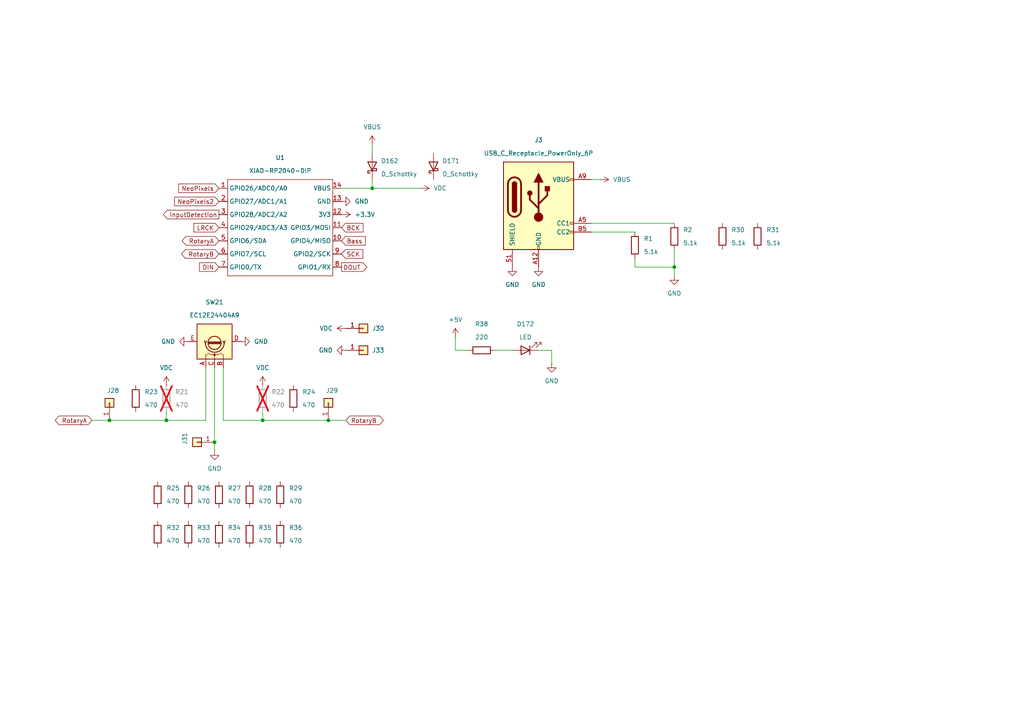
<source format=kicad_sch>
(kicad_sch (version 20231120) (generator "eeschema") (generator_version "8.0")
  (paper "A4")
  (lib_symbols
    (symbol "Connector:USB_C_Receptacle_PowerOnly_6P" (pin_names (offset 1.016))
      (property "Reference" "J" (at 0 16.51 0))
      (property "Value" "USB_C_Receptacle_PowerOnly_6P" (at 0 13.97 0))
      (symbol "USB_C_Receptacle_PowerOnly_6P_0_0"
        (rectangle (start -0.254 -12.7) (end 0.254 -11.684))
        (rectangle (start 10.16 -7.366) (end 9.144 -7.874))
        (rectangle (start 10.16 -4.826) (end 9.144 -5.334))
        (rectangle (start 10.16 7.874) (end 9.144 7.366))
      )
      (symbol "USB_C_Receptacle_PowerOnly_6P_0_1"
        (rectangle (start -10.16 12.7) (end 10.16 -12.7) (stroke (width 0.254)) (fill (type background)))
        (arc (start -8.89 -1.27) (mid -6.985 -3.1667) (end -5.08 -1.27) (stroke (width 0.508)))
        (arc (start -7.62 -1.27) (mid -6.985 -1.9023) (end -6.35 -1.27) (stroke (width 0.254)))
        (arc (start -7.62 -1.27) (mid -6.985 -1.9023) (end -6.35 -1.27) (stroke (width 0.254)) (fill (type outline)))
        (rectangle (start -7.62 -1.27) (end -6.35 6.35) (stroke (width 0.254)) (fill (type outline)))
        (arc (start -6.35 6.35) (mid -6.985 6.9823) (end -7.62 6.35) (stroke (width 0.254)))
        (arc (start -6.35 6.35) (mid -6.985 6.9823) (end -7.62 6.35) (stroke (width 0.254)) (fill (type outline)))
        (arc (start -5.08 6.35) (mid -6.985 8.2467) (end -8.89 6.35) (stroke (width 0.508)))
        (circle (center -2.54 3.683) (radius 0.635) (stroke (width 0.254)) (fill (type outline)))
        (circle (center 0 -3.302) (radius 1.27) (fill (type outline)))
        (polyline (pts (xy -8.89 -1.27) (xy -8.89 6.35)) (stroke (width 0.508)))
        (polyline (pts (xy -5.08 6.35) (xy -5.08 -1.27)) (stroke (width 0.508)))
        (polyline (pts (xy 0 -3.302) (xy 0 6.858)) (stroke (width 0.508)))
        (polyline (pts (xy 0 -0.762) (xy -2.54 1.778) (xy -2.54 3.048)) (stroke (width 0.508)))
        (polyline (pts (xy 0 0.508) (xy 2.54 3.048) (xy 2.54 4.318)) (stroke (width 0.508)))
        (polyline (pts (xy -1.27 6.858) (xy 0 9.398) (xy 1.27 6.858) (xy -1.27 6.858)) (stroke (width 0.254)) (fill (type outline)))
        (rectangle (start 1.905 4.318) (end 3.175 5.588) (stroke (width 0.254)) (fill (type outline)))
      )
      (symbol "USB_C_Receptacle_PowerOnly_6P_1_1"
        (pin passive line (at 0 -17.78 90) (length 5.08) (name "GND") (number "A12"))
        (pin bidirectional line (at 15.24 -5.08 180) (length 5.08) (name "CC1") (number "A5"))
        (pin passive line (at 15.24 7.62 180) (length 5.08) (name "VBUS") (number "A9"))
        (pin passive line (at 0 -17.78 90) (length 5.08) hide (name "GND") (number "B12"))
        (pin bidirectional line (at 15.24 -7.62 180) (length 5.08) (name "CC2") (number "B5"))
        (pin passive line (at 15.24 7.62 180) (length 5.08) hide (name "VBUS") (number "B9"))
        (pin passive line (at -7.62 -17.78 90) (length 5.08) (name "SHIELD") (number "S1"))
      )
    )
    (symbol "Connector_Generic:Conn_01x01" (pin_names (offset 1.016) hide)
      (property "Reference" "J" (at 0 2.54 0))
      (property "Value" "Conn_01x01" (at 0 -2.54 0))
      (symbol "Conn_01x01_1_1"
        (rectangle (start -1.27 0.127) (end 0 -0.127) (stroke (width 0.1524)))
        (rectangle (start -1.27 1.27) (end 1.27 -1.27) (stroke (width 0.254)) (fill (type background)))
        (pin passive line (at -5.08 0 0) (length 3.81) (name "Pin_1") (number "1"))
      )
    )
    (symbol "Device:D_Schottky" (pin_numbers hide) (pin_names (offset 1.016) hide)
      (property "Reference" "D" (at 0 2.54 0))
      (property "Value" "D_Schottky" (at 0 -2.54 0))
      (symbol "D_Schottky_0_1"
        (polyline (pts (xy 1.27 0) (xy -1.27 0)))
        (polyline (pts (xy 1.27 1.27) (xy 1.27 -1.27) (xy -1.27 0) (xy 1.27 1.27)) (stroke (width 0.254)))
        (polyline (pts (xy -1.905 0.635) (xy -1.905 1.27) (xy -1.27 1.27) (xy -1.27 -1.27) (xy -0.635 -1.27) (xy -0.635 -0.635)) (stroke (width 0.254)))
      )
      (symbol "D_Schottky_1_1"
        (pin passive line (at -3.81 0 0) (length 2.54) (name "K") (number "1"))
        (pin passive line (at 3.81 0 180) (length 2.54) (name "A") (number "2"))
      )
    )
    (symbol "Device:LED" (pin_numbers hide) (pin_names (offset 1.016) hide)
      (property "Reference" "D" (at 0 2.54 0))
      (property "Value" "LED" (at 0 -2.54 0))
      (symbol "LED_0_1"
        (polyline (pts (xy -1.27 -1.27) (xy -1.27 1.27)) (stroke (width 0.254)))
        (polyline (pts (xy -1.27 0) (xy 1.27 0)))
        (polyline (pts (xy 1.27 -1.27) (xy 1.27 1.27) (xy -1.27 0) (xy 1.27 -1.27)) (stroke (width 0.254)))
        (polyline (pts (xy -3.048 -0.762) (xy -4.572 -2.286) (xy -3.81 -2.286) (xy -4.572 -2.286) (xy -4.572 -1.524)))
        (polyline (pts (xy -1.778 -0.762) (xy -3.302 -2.286) (xy -2.54 -2.286) (xy -3.302 -2.286) (xy -3.302 -1.524)))
      )
      (symbol "LED_1_1"
        (pin passive line (at -3.81 0 0) (length 2.54) (name "K") (number "1"))
        (pin passive line (at 3.81 0 180) (length 2.54) (name "A") (number "2"))
      )
    )
    (symbol "Device:R" (pin_numbers hide) (pin_names (offset 0))
      (property "Reference" "R" (at 2.032 0 90))
      (property "Value" "R" (at 0 0 90))
      (symbol "R_0_1"
        (rectangle (start -1.016 -2.54) (end 1.016 2.54) (stroke (width 0.254)))
      )
      (symbol "R_1_1"
        (pin passive line (at 0 3.81 270) (length 1.27) (name "~") (number "1"))
        (pin passive line (at 0 -3.81 90) (length 1.27) (name "~") (number "2"))
      )
    )
    (symbol "XIAO:XIAO-RP2040-DIP"
      (property "Reference" "U" (at 0 0 0))
      (property "Value" "XIAO-RP2040-DIP" (at 5.334 -1.778 0))
      (symbol "XIAO-RP2040-DIP_1_0"
        (polyline (pts (xy -1.27 -30.48) (xy -1.27 -16.51)) (stroke (width 0.1524)))
        (polyline (pts (xy -1.27 -27.94) (xy -2.54 -27.94)) (stroke (width 0.1524)))
        (polyline (pts (xy -1.27 -24.13) (xy -2.54 -24.13)) (stroke (width 0.1524)))
        (polyline (pts (xy -1.27 -20.32) (xy -2.54 -20.32)) (stroke (width 0.1524)))
        (polyline (pts (xy -1.27 -16.51) (xy -2.54 -16.51)) (stroke (width 0.1524)))
        (polyline (pts (xy -1.27 -16.51) (xy -1.27 -12.7)) (stroke (width 0.1524)))
        (polyline (pts (xy -1.27 -12.7) (xy -2.54 -12.7)) (stroke (width 0.1524)))
        (polyline (pts (xy -1.27 -12.7) (xy -1.27 -8.89)) (stroke (width 0.1524)))
        (polyline (pts (xy -1.27 -8.89) (xy -2.54 -8.89)) (stroke (width 0.1524)))
        (polyline (pts (xy -1.27 -8.89) (xy -1.27 -5.08)) (stroke (width 0.1524)))
        (polyline (pts (xy -1.27 -5.08) (xy -2.54 -5.08)) (stroke (width 0.1524)))
        (polyline (pts (xy -1.27 -5.08) (xy -1.27 -2.54)) (stroke (width 0.1524)))
        (polyline (pts (xy -1.27 -2.54) (xy 29.21 -2.54)) (stroke (width 0.1524)))
        (polyline (pts (xy 29.21 -30.48) (xy -1.27 -30.48)) (stroke (width 0.1524)))
        (polyline (pts (xy 29.21 -12.7) (xy 29.21 -30.48)) (stroke (width 0.1524)))
        (polyline (pts (xy 29.21 -8.89) (xy 29.21 -12.7)) (stroke (width 0.1524)))
        (polyline (pts (xy 29.21 -5.08) (xy 29.21 -8.89)) (stroke (width 0.1524)))
        (polyline (pts (xy 29.21 -2.54) (xy 29.21 -5.08)) (stroke (width 0.1524)))
        (polyline (pts (xy 30.48 -27.94) (xy 29.21 -27.94)) (stroke (width 0.1524)))
        (polyline (pts (xy 30.48 -24.13) (xy 29.21 -24.13)) (stroke (width 0.1524)))
        (polyline (pts (xy 30.48 -20.32) (xy 29.21 -20.32)) (stroke (width 0.1524)))
        (polyline (pts (xy 30.48 -16.51) (xy 29.21 -16.51)) (stroke (width 0.1524)))
        (polyline (pts (xy 30.48 -12.7) (xy 29.21 -12.7)) (stroke (width 0.1524)))
        (polyline (pts (xy 30.48 -8.89) (xy 29.21 -8.89)) (stroke (width 0.1524)))
        (polyline (pts (xy 30.48 -5.08) (xy 29.21 -5.08)) (stroke (width 0.1524)))
        (pin passive line (at -3.81 -5.08 0) (length 2.54) (name "GPIO26/ADC0/A0") (number "1"))
        (pin passive line (at 31.75 -20.32 180) (length 2.54) (name "GPIO4/MISO") (number "10"))
        (pin passive line (at 31.75 -16.51 180) (length 2.54) (name "GPIO3/MOSI") (number "11"))
        (pin passive line (at 31.75 -12.7 180) (length 2.54) (name "3V3") (number "12"))
        (pin passive line (at 31.75 -8.89 180) (length 2.54) (name "GND") (number "13"))
        (pin passive line (at 31.75 -5.08 180) (length 2.54) (name "VBUS") (number "14"))
        (pin passive line (at -3.81 -8.89 0) (length 2.54) (name "GPIO27/ADC1/A1") (number "2"))
        (pin passive line (at -3.81 -12.7 0) (length 2.54) (name "GPIO28/ADC2/A2") (number "3"))
        (pin passive line (at -3.81 -16.51 0) (length 2.54) (name "GPIO29/ADC3/A3") (number "4"))
        (pin passive line (at -3.81 -20.32 0) (length 2.54) (name "GPIO6/SDA") (number "5"))
        (pin passive line (at -3.81 -24.13 0) (length 2.54) (name "GPIO7/SCL") (number "6"))
        (pin passive line (at -3.81 -27.94 0) (length 2.54) (name "GPIO0/TX") (number "7"))
        (pin passive line (at 31.75 -27.94 180) (length 2.54) (name "GPIO1/RX") (number "8"))
        (pin passive line (at 31.75 -24.13 180) (length 2.54) (name "GPIO2/SCK") (number "9"))
      )
    )
    (symbol "misc:EC12E24404A9" (pin_names (offset 0.254) hide)
      (property "Reference" "SW" (at 0 9.906 0))
      (property "Value" "EC12E24404A9" (at 0 7.112 0))
      (symbol "EC12E24404A9_0_1"
        (rectangle (start -5.08 -5.08) (end 5.08 5.08) (stroke (width 0.254)) (fill (type background)))
        (arc (start -2.667 -0.381) (mid 0.0635 -3.0988) (end 2.794 -0.381) (stroke (width 0.254)))
        (circle (center 0 -3.81) (radius 0.254) (fill (type outline)))
        (circle (center 0 -0.381) (radius 1.905) (stroke (width 0.254)))
        (polyline (pts (xy -1.778 -0.127) (xy 1.778 -0.127)) (stroke (width 0.254)))
        (polyline (pts (xy 1.778 -0.635) (xy -1.778 -0.635)) (stroke (width 0.254)))
        (polyline (pts (xy 1.778 -0.381) (xy -1.778 -0.381)) (stroke (width 0.254)))
        (polyline (pts (xy -2.921 0.254) (xy -2.667 -0.508) (xy -2.286 0.127)) (stroke (width 0.254)))
        (polyline (pts (xy -2.54 -5.08) (xy -2.54 -3.81) (xy -2.032 -3.81)))
        (polyline (pts (xy 2.54 -5.08) (xy 2.54 -3.81) (xy 2.032 -3.81)))
        (polyline (pts (xy 3.048 0.254) (xy 2.794 -0.508) (xy 2.413 0.127)) (stroke (width 0.254)))
        (polyline (pts (xy 0 -5.08) (xy 0 -3.81) (xy 1.016 -3.81) (xy 2.032 -3.302)))
        (polyline (pts (xy 0 -4.318) (xy 0 -3.81) (xy -1.016 -3.81) (xy -2.032 -3.302)))
      )
      (symbol "EC12E24404A9_1_1"
        (pin passive line (at -2.54 -7.62 90) (length 2.54) (name "A") (number "A"))
        (pin passive line (at 2.54 -7.62 90) (length 2.54) (name "B") (number "B"))
        (pin passive line (at 0 -7.62 90) (length 2.54) (name "C") (number "C"))
        (pin passive line (at 7.62 0 180) (length 2.54) (name "D") (number "D"))
        (pin passive line (at -7.62 0 0) (length 2.54) (name "E") (number "E"))
      )
    )
    (symbol "power:+3.3V" (power) (pin_numbers hide) (pin_names (offset 0) hide)
      (property "Value" "+3.3V" (at 0 3.556 0))
      (symbol "+3.3V_0_1"
        (polyline (pts (xy -0.762 1.27) (xy 0 2.54)))
        (polyline (pts (xy 0 0) (xy 0 2.54)))
        (polyline (pts (xy 0 2.54) (xy 0.762 1.27)))
      )
      (symbol "+3.3V_1_1"
        (pin power_in line (at 0 0 90) (length 0) (name "~") (number "1"))
      )
    )
    (symbol "power:+5V" (power) (pin_numbers hide) (pin_names (offset 0) hide)
      (property "Value" "+5V" (at 0 3.556 0))
      (symbol "+5V_0_1"
        (polyline (pts (xy -0.762 1.27) (xy 0 2.54)))
        (polyline (pts (xy 0 0) (xy 0 2.54)))
        (polyline (pts (xy 0 2.54) (xy 0.762 1.27)))
      )
      (symbol "+5V_1_1"
        (pin power_in line (at 0 0 90) (length 0) (name "~") (number "1"))
      )
    )
    (symbol "power:GND" (power) (pin_numbers hide) (pin_names (offset 0) hide)
      (property "Value" "GND" (at 0 -3.81 0))
      (symbol "GND_0_1"
        (polyline (pts (xy 0 0) (xy 0 -1.27) (xy 1.27 -1.27) (xy 0 -2.54) (xy -1.27 -1.27) (xy 0 -1.27)))
      )
      (symbol "GND_1_1"
        (pin power_in line (at 0 0 270) (length 0) (name "~") (number "1"))
      )
    )
    (symbol "power:VBUS" (power) (pin_numbers hide) (pin_names (offset 0) hide)
      (property "Value" "VBUS" (at 0 3.556 0))
      (symbol "VBUS_0_1"
        (polyline (pts (xy -0.762 1.27) (xy 0 2.54)))
        (polyline (pts (xy 0 0) (xy 0 2.54)))
        (polyline (pts (xy 0 2.54) (xy 0.762 1.27)))
      )
      (symbol "VBUS_1_1"
        (pin power_in line (at 0 0 90) (length 0) (name "~") (number "1"))
      )
    )
    (symbol "power:VDC" (power) (pin_numbers hide) (pin_names (offset 0) hide)
      (property "Value" "VDC" (at 0 3.556 0))
      (symbol "VDC_0_1"
        (polyline (pts (xy -0.762 1.27) (xy 0 2.54)))
        (polyline (pts (xy 0 0) (xy 0 2.54)))
        (polyline (pts (xy 0 2.54) (xy 0.762 1.27)))
      )
      (symbol "VDC_1_1"
        (pin power_in line (at 0 0 90) (length 0) (name "~") (number "1"))
      )
    )
  )
  (junction (at 107.95 54.61))
  (junction (at 95.25 121.92))
  (junction (at 195.58 77.47))
  (junction (at 62.23 128.27))
  (junction (at 48.26 121.92))
  (junction (at 76.2 121.92))
  (junction (at 31.75 121.92))
  (wire (pts (xy 195.58 80.01) (xy 195.58 77.47)))
  (wire (pts (xy 195.58 77.47) (xy 184.15 77.47)))
  (wire (pts (xy 132.08 101.6) (xy 135.89 101.6)))
  (wire (pts (xy 107.95 41.91) (xy 107.95 44.45)))
  (wire (pts (xy 143.51 101.6) (xy 148.59 101.6)))
  (wire (pts (xy 171.45 52.07) (xy 173.99 52.07)))
  (wire (pts (xy 48.26 121.92) (xy 31.75 121.92)))
  (wire (pts (xy 160.02 101.6) (xy 160.02 105.41)))
  (wire (pts (xy 195.58 72.39) (xy 195.58 77.47)))
  (wire (pts (xy 64.77 121.92) (xy 76.2 121.92)))
  (wire (pts (xy 62.23 128.27) (xy 62.23 106.68)))
  (wire (pts (xy 95.25 121.92) (xy 100.33 121.92)))
  (wire (pts (xy 184.15 77.47) (xy 184.15 74.93)))
  (wire (pts (xy 107.95 52.07) (xy 107.95 54.61)))
  (wire (pts (xy 171.45 64.77) (xy 195.58 64.77)))
  (wire (pts (xy 59.69 106.68) (xy 59.69 121.92)))
  (wire (pts (xy 48.26 119.38) (xy 48.26 121.92)))
  (wire (pts (xy 121.92 54.61) (xy 107.95 54.61)))
  (wire (pts (xy 132.08 97.79) (xy 132.08 101.6)))
  (wire (pts (xy 107.95 54.61) (xy 99.06 54.61)))
  (wire (pts (xy 156.21 101.6) (xy 160.02 101.6)))
  (wire (pts (xy 76.2 121.92) (xy 95.25 121.92)))
  (wire (pts (xy 59.69 121.92) (xy 48.26 121.92)))
  (wire (pts (xy 62.23 130.81) (xy 62.23 128.27)))
  (wire (pts (xy 31.75 121.92) (xy 26.67 121.92)))
  (wire (pts (xy 64.77 106.68) (xy 64.77 121.92)))
  (wire (pts (xy 76.2 119.38) (xy 76.2 121.92)))
  (wire (pts (xy 171.45 67.31) (xy 184.15 67.31)))
  (global_label "LRCK" (shape input) (at 63.5 66.04 180) (property "Intersheetrefs" "${INTERSHEET_REFS}" (effects (hide yes))))
  (global_label "RotaryA" (shape bidirectional) (at 63.5 69.85 180) (property "Intersheetrefs" "${INTERSHEET_REFS}" (effects (hide yes))))
  (global_label "InputDetection" (shape output) (at 63.5 62.23 180) (property "Intersheetrefs" "${INTERSHEET_REFS}" (effects (hide yes))))
  (global_label "NeoPixels" (shape input) (at 63.5 54.61 180) (property "Intersheetrefs" "${INTERSHEET_REFS}" (effects (hide yes))))
  (global_label "RotaryB" (shape bidirectional) (at 100.33 121.92 0) (property "Intersheetrefs" "${INTERSHEET_REFS}" (effects (hide yes))))
  (global_label "RotaryB" (shape bidirectional) (at 63.5 73.66 180) (property "Intersheetrefs" "${INTERSHEET_REFS}" (effects (hide yes))))
  (global_label "BCK" (shape input) (at 99.06 66.04 0) (property "Intersheetrefs" "${INTERSHEET_REFS}" (effects (hide yes))))
  (global_label "DIN" (shape input) (at 63.5 77.47 180) (property "Intersheetrefs" "${INTERSHEET_REFS}" (effects (hide yes))))
  (global_label "NeoPixels2" (shape input) (at 63.5 58.42 180) (property "Intersheetrefs" "${INTERSHEET_REFS}" (effects (hide yes))))
  (global_label "DOUT" (shape output) (at 99.06 77.47 0) (property "Intersheetrefs" "${INTERSHEET_REFS}" (effects (hide yes))))
  (global_label "RotaryA" (shape bidirectional) (at 26.67 121.92 180) (property "Intersheetrefs" "${INTERSHEET_REFS}" (effects (hide yes))))
  (global_label "SCK" (shape input) (at 99.06 73.66 0) (property "Intersheetrefs" "${INTERSHEET_REFS}" (effects (hide yes))))
  (global_label "Bass" (shape input) (at 99.06 69.85 0) (property "Intersheetrefs" "${INTERSHEET_REFS}" (effects (hide yes))))
  (symbol (lib_id "Device:R") (at 54.61 143.51 0) (unit 1)
    (property "Reference" "R26" (at 57.15 141.605 0) (effects (justify left)))
    (property "Value" "470" (at 57.15 145.415 0) (effects (justify left)))
    (property "Footprint" "Resistor_SMD:R_0402_1005Metric_Pad0.72x0.64mm_HandSolder" (effects (hide yes)))
    (property "Description" "Resistor" (effects (hide yes)))
    (property "LCSC Part #" "C25117" (effects (hide yes)))
  )
  (symbol (lib_id "power:VBUS") (at 107.95 41.91 0) (unit 1)
    (property "Reference" "#PWR2" (effects (hide yes)))
    (property "Value" "VBUS" (at 107.95 36.83 0))
    (property "Description" "Power symbol creates a global label with name \"VBUS\"" (effects (hide yes)))
  )
  (symbol (lib_id "Connector:USB_C_Receptacle_PowerOnly_6P") (at 156.21 59.69 0) (unit 1)
    (property "Reference" "J3" (at 156.21 40.64 0))
    (property "Value" "USB_C_Receptacle_PowerOnly_6P" (at 156.21 44.45 0))
    (property "Footprint" "Connector_USB:USB_C_Receptacle_GCT_USB4125-xx-x_6P_TopMnt_Horizontal" (effects (hide yes)))
    (property "Datasheet" "https://www.usb.org/sites/default/files/documents/usb_type-c.zip" (effects (hide yes)))
    (property "Description" "USB Power-Only 6P Type-C Receptacle connector" (effects (hide yes)))
    (property "LCSC Part #" "C2927029" (effects (hide yes)))
  )
  (symbol (lib_id "power:VDC") (at 48.26 111.76 0) (unit 1)
    (property "Reference" "#PWR378" (effects (hide yes)))
    (property "Value" "VDC" (at 48.26 106.68 0))
    (property "Description" "Power symbol creates a global label with name \"VDC\"" (effects (hide yes)))
  )
  (symbol (lib_id "Device:R") (at 72.39 143.51 0) (unit 1)
    (property "Reference" "R28" (at 74.93 141.605 0) (effects (justify left)))
    (property "Value" "470" (at 74.93 145.415 0) (effects (justify left)))
    (property "Footprint" "Resistor_SMD:R_0402_1005Metric_Pad0.72x0.64mm_HandSolder" (effects (hide yes)))
    (property "Description" "Resistor" (effects (hide yes)))
    (property "LCSC Part #" "C25117" (effects (hide yes)))
  )
  (symbol (lib_id "Device:R") (at 184.15 71.12 0) (unit 1)
    (property "Reference" "R1" (at 186.69 69.215 0) (effects (justify left)))
    (property "Value" "5.1k" (at 186.69 73.025 0) (effects (justify left)))
    (property "Footprint" "Resistor_SMD:R_0805_2012Metric_Pad1.20x1.40mm_HandSolder" (effects (hide yes)))
    (property "Description" "Resistor" (effects (hide yes)))
    (property "LCSC Part #" "C25905" (effects (hide yes)))
  )
  (symbol (lib_id "Connector_Generic:Conn_01x01") (at 31.75 116.84 90) (unit 1)
    (property "Reference" "J28" (at 30.988 113.284 90) (effects (justify right)))
    (property "Value" "Conn_01x01" (effects (hide yes)))
    (property "Footprint" "TestPoint:TestPoint_Pad_D2.5mm" (effects (hide yes)))
    (property "Description" "Generic connector, single row, 01x01, script generated (kicad-library-utils/schlib/autogen/connector/)" (effects (hide yes)))
  )
  (symbol (lib_id "misc:EC12E24404A9") (at 62.23 99.06 0) (unit 1)
    (property "Reference" "SW21" (at 62.23 87.63 0))
    (property "Value" "EC12E24404A9" (at 62.23 91.44 0))
    (property "Footprint" "misc:RotaryEncoder_Alps_EC12E_Vertical_H20mm" (effects (hide yes)))
    (property "Description" "Rotary encoder, dual channel, incremental quadrate outputs" (effects (hide yes)))
    (property "LCSC Part #" "C2687299" (effects (hide yes)))
  )
  (symbol (lib_id "power:GND") (at 100.33 101.6 270) (unit 1)
    (property "Reference" "#PWR387" (effects (hide yes)))
    (property "Value" "GND" (at 96.52 101.6 90) (effects (justify right)))
    (property "Description" "Power symbol creates a global label with name \"GND\" , ground" (effects (hide yes)))
  )
  (symbol (lib_id "Device:R") (at 63.5 154.94 0) (unit 1)
    (property "Reference" "R34" (at 66.04 153.035 0) (effects (justify left)))
    (property "Value" "470" (at 66.04 156.845 0) (effects (justify left)))
    (property "Footprint" "Resistor_SMD:R_0402_1005Metric_Pad0.72x0.64mm_HandSolder" (effects (hide yes)))
    (property "Description" "Resistor" (effects (hide yes)))
    (property "LCSC Part #" "C25117" (effects (hide yes)))
  )
  (symbol (lib_id "power:GND") (at 160.02 105.41 0) (unit 1)
    (property "Reference" "#PWR383" (effects (hide yes)))
    (property "Value" "GND" (at 160.02 110.49 0))
    (property "Description" "Power symbol creates a global label with name \"GND\" , ground" (effects (hide yes)))
  )
  (symbol (lib_id "Device:R") (at 63.5 143.51 0) (unit 1)
    (property "Reference" "R27" (at 66.04 141.605 0) (effects (justify left)))
    (property "Value" "470" (at 66.04 145.415 0) (effects (justify left)))
    (property "Footprint" "Resistor_SMD:R_0402_1005Metric_Pad0.72x0.64mm_HandSolder" (effects (hide yes)))
    (property "Description" "Resistor" (effects (hide yes)))
    (property "LCSC Part #" "C25117" (effects (hide yes)))
  )
  (symbol (lib_id "Device:R") (at 195.58 68.58 0) (unit 1)
    (property "Reference" "R2" (at 198.12 66.675 0) (effects (justify left)))
    (property "Value" "5.1k" (at 198.12 70.485 0) (effects (justify left)))
    (property "Footprint" "Resistor_SMD:R_0805_2012Metric_Pad1.20x1.40mm_HandSolder" (effects (hide yes)))
    (property "Description" "Resistor" (effects (hide yes)))
    (property "LCSC Part #" "C25905" (effects (hide yes)))
  )
  (symbol (lib_id "power:GND") (at 69.85 99.06 90) (unit 1)
    (property "Reference" "#PWR376" (effects (hide yes)))
    (property "Value" "GND" (at 73.66 99.06 90) (effects (justify right)))
    (property "Description" "Power symbol creates a global label with name \"GND\" , ground" (effects (hide yes)))
  )
  (symbol (lib_id "power:GND") (at 156.21 77.47 0) (unit 1)
    (property "Reference" "#PWR344" (effects (hide yes)))
    (property "Value" "GND" (at 156.21 82.55 0))
    (property "Description" "Power symbol creates a global label with name \"GND\" , ground" (effects (hide yes)))
  )
  (symbol (lib_id "Device:R") (at 45.72 154.94 0) (unit 1)
    (property "Reference" "R32" (at 48.26 153.035 0) (effects (justify left)))
    (property "Value" "470" (at 48.26 156.845 0) (effects (justify left)))
    (property "Footprint" "Resistor_SMD:R_0402_1005Metric_Pad0.72x0.64mm_HandSolder" (effects (hide yes)))
    (property "Description" "Resistor" (effects (hide yes)))
    (property "LCSC Part #" "C25117" (effects (hide yes)))
  )
  (symbol (lib_id "Connector_Generic:Conn_01x01") (at 105.41 95.25 0) (unit 1)
    (property "Reference" "J30" (at 111.506 95.25 0) (effects (justify right)))
    (property "Value" "Conn_01x01" (effects (hide yes)))
    (property "Footprint" "TestPoint:TestPoint_Pad_D2.5mm" (effects (hide yes)))
    (property "Description" "Generic connector, single row, 01x01, script generated (kicad-library-utils/schlib/autogen/connector/)" (effects (hide yes)))
  )
  (symbol (lib_id "power:GND") (at 99.06 58.42 90) (unit 1)
    (property "Reference" "#PWR1" (effects (hide yes)))
    (property "Value" "GND" (at 102.87 58.42 90) (effects (justify right)))
    (property "Description" "Power symbol creates a global label with name \"GND\" , ground" (effects (hide yes)))
  )
  (symbol (lib_id "Device:R") (at 81.28 143.51 0) (unit 1)
    (property "Reference" "R29" (at 83.82 141.605 0) (effects (justify left)))
    (property "Value" "470" (at 83.82 145.415 0) (effects (justify left)))
    (property "Footprint" "Resistor_SMD:R_0402_1005Metric_Pad0.72x0.64mm_HandSolder" (effects (hide yes)))
    (property "Description" "Resistor" (effects (hide yes)))
    (property "LCSC Part #" "C25117" (effects (hide yes)))
  )
  (symbol (lib_id "Device:R") (at 139.7 101.6 90) (unit 1)
    (property "Reference" "R38" (at 139.7 93.98 90))
    (property "Value" "220" (at 139.7 97.79 90))
    (property "Footprint" "Resistor_SMD:R_0402_1005Metric_Pad0.72x0.64mm_HandSolder" (effects (hide yes)))
    (property "Description" "Resistor" (effects (hide yes)))
    (property "LCSC Part #" "C25091" (effects (hide yes)))
  )
  (symbol (lib_id "power:VBUS") (at 173.99 52.07 270) (unit 1)
    (property "Reference" "#PWR342" (effects (hide yes)))
    (property "Value" "VBUS" (at 177.8 52.07 90) (effects (justify left)))
    (property "Description" "Power symbol creates a global label with name \"VBUS\"" (effects (hide yes)))
  )
  (symbol (lib_id "Device:R") (at 76.2 115.57 0) (unit 1) (dnp yes)
    (property "Reference" "R22" (at 78.74 113.665 0) (effects (justify left)))
    (property "Value" "470" (at 78.74 117.475 0) (effects (justify left)))
    (property "Footprint" "Resistor_SMD:R_0402_1005Metric_Pad0.72x0.64mm_HandSolder" (effects (hide yes)))
    (property "Description" "Resistor" (effects (hide yes)))
    (property "LCSC Part #" "C25117" (effects (hide yes)))
  )
  (symbol (lib_id "Device:D_Schottky") (at 107.95 48.26 90) (unit 1)
    (property "Reference" "D162" (at 110.49 46.6725 90) (effects (justify right)))
    (property "Value" "D_Schottky" (at 110.49 50.4825 90) (effects (justify right)))
    (property "Footprint" "Diode_SMD:D_SOD-128" (effects (hide yes)))
    (property "Description" "Schottky diode" (effects (hide yes)))
    (property "LCSC Part #" "C509930" (effects (hide yes)))
  )
  (symbol (lib_id "power:GND") (at 62.23 130.81 0) (unit 1)
    (property "Reference" "#PWR380" (effects (hide yes)))
    (property "Value" "GND" (at 62.23 135.89 0))
    (property "Description" "Power symbol creates a global label with name \"GND\" , ground" (effects (hide yes)))
  )
  (symbol (lib_id "Connector_Generic:Conn_01x01") (at 105.41 101.6 0) (unit 1)
    (property "Reference" "J33" (at 111.506 101.6 0) (effects (justify right)))
    (property "Value" "Conn_01x01" (effects (hide yes)))
    (property "Footprint" "TestPoint:TestPoint_Pad_D2.5mm" (effects (hide yes)))
    (property "Description" "Generic connector, single row, 01x01, script generated (kicad-library-utils/schlib/autogen/connector/)" (effects (hide yes)))
  )
  (symbol (lib_id "Device:R") (at 85.09 115.57 0) (unit 1)
    (property "Reference" "R24" (at 87.63 113.665 0) (effects (justify left)))
    (property "Value" "470" (at 87.63 117.475 0) (effects (justify left)))
    (property "Footprint" "Resistor_SMD:R_0402_1005Metric_Pad0.72x0.64mm_HandSolder" (effects (hide yes)))
    (property "Description" "Resistor" (effects (hide yes)))
    (property "LCSC Part #" "C25117" (effects (hide yes)))
  )
  (symbol (lib_id "power:VDC") (at 121.92 54.61 270) (unit 1)
    (property "Reference" "#PWR341" (effects (hide yes)))
    (property "Value" "VDC" (at 125.73 54.61 90) (effects (justify left)))
    (property "Description" "Power symbol creates a global label with name \"VDC\"" (effects (hide yes)))
  )
  (symbol (lib_id "Device:D_Schottky") (at 125.73 48.26 90) (unit 1)
    (property "Reference" "D171" (at 128.27 46.6725 90) (effects (justify right)))
    (property "Value" "D_Schottky" (at 128.27 50.4825 90) (effects (justify right)))
    (property "Footprint" "Diode_SMD:D_SOD-128" (effects (hide yes)))
    (property "Description" "Schottky diode" (effects (hide yes)))
    (property "LCSC Part #" "C509930" (effects (hide yes)))
  )
  (symbol (lib_id "power:GND") (at 148.59 77.47 0) (unit 1)
    (property "Reference" "#PWR345" (effects (hide yes)))
    (property "Value" "GND" (at 148.59 82.55 0))
    (property "Description" "Power symbol creates a global label with name \"GND\" , ground" (effects (hide yes)))
  )
  (symbol (lib_id "power:GND") (at 195.58 80.01 0) (unit 1)
    (property "Reference" "#PWR343" (effects (hide yes)))
    (property "Value" "GND" (at 195.58 85.09 0))
    (property "Description" "Power symbol creates a global label with name \"GND\" , ground" (effects (hide yes)))
  )
  (symbol (lib_id "XIAO:XIAO-RP2040-DIP") (at 67.31 49.53 0) (unit 1)
    (property "Reference" "U1" (at 81.28 45.72 0))
    (property "Value" "XIAO-RP2040-DIP" (at 81.28 49.53 0))
    (property "Footprint" "XIAO:XIAO-RP2040-DIP" (effects (hide yes)))
  )
  (symbol (lib_id "Device:R") (at 219.71 68.58 0) (unit 1)
    (property "Reference" "R31" (at 222.25 66.675 0) (effects (justify left)))
    (property "Value" "5.1k" (at 222.25 70.485 0) (effects (justify left)))
    (property "Footprint" "Resistor_SMD:R_0805_2012Metric_Pad1.20x1.40mm_HandSolder" (effects (hide yes)))
    (property "Description" "Resistor" (effects (hide yes)))
    (property "LCSC Part #" "C25905" (effects (hide yes)))
  )
  (symbol (lib_id "Device:R") (at 209.55 68.58 0) (unit 1)
    (property "Reference" "R30" (at 212.09 66.675 0) (effects (justify left)))
    (property "Value" "5.1k" (at 212.09 70.485 0) (effects (justify left)))
    (property "Footprint" "Resistor_SMD:R_0805_2012Metric_Pad1.20x1.40mm_HandSolder" (effects (hide yes)))
    (property "Description" "Resistor" (effects (hide yes)))
    (property "LCSC Part #" "C25905" (effects (hide yes)))
  )
  (symbol (lib_id "Device:R") (at 45.72 143.51 0) (unit 1)
    (property "Reference" "R25" (at 48.26 141.605 0) (effects (justify left)))
    (property "Value" "470" (at 48.26 145.415 0) (effects (justify left)))
    (property "Footprint" "Resistor_SMD:R_0402_1005Metric_Pad0.72x0.64mm_HandSolder" (effects (hide yes)))
    (property "Description" "Resistor" (effects (hide yes)))
    (property "LCSC Part #" "C25117" (effects (hide yes)))
  )
  (symbol (lib_id "Connector_Generic:Conn_01x01") (at 57.15 128.27 180) (unit 1)
    (property "Reference" "J31" (at 53.594 129.032 90) (effects (justify right)))
    (property "Value" "Conn_01x01" (effects (hide yes)))
    (property "Footprint" "TestPoint:TestPoint_Pad_D2.5mm" (effects (hide yes)))
    (property "Description" "Generic connector, single row, 01x01, script generated (kicad-library-utils/schlib/autogen/connector/)" (effects (hide yes)))
  )
  (symbol (lib_id "Device:R") (at 54.61 154.94 0) (unit 1)
    (property "Reference" "R33" (at 57.15 153.035 0) (effects (justify left)))
    (property "Value" "470" (at 57.15 156.845 0) (effects (justify left)))
    (property "Footprint" "Resistor_SMD:R_0402_1005Metric_Pad0.72x0.64mm_HandSolder" (effects (hide yes)))
    (property "Description" "Resistor" (effects (hide yes)))
    (property "LCSC Part #" "C25117" (effects (hide yes)))
  )
  (symbol (lib_id "power:VDC") (at 76.2 111.76 0) (unit 1)
    (property "Reference" "#PWR379" (effects (hide yes)))
    (property "Value" "VDC" (at 76.2 106.68 0))
    (property "Description" "Power symbol creates a global label with name \"VDC\"" (effects (hide yes)))
  )
  (symbol (lib_id "power:+3.3V") (at 99.06 62.23 270) (unit 1)
    (property "Reference" "#PWR3" (effects (hide yes)))
    (property "Value" "+3.3V" (at 102.87 62.23 90) (effects (justify left)))
    (property "Description" "Power symbol creates a global label with name \"+3.3V\"" (effects (hide yes)))
  )
  (symbol (lib_id "Connector_Generic:Conn_01x01") (at 95.25 116.84 90) (unit 1)
    (property "Reference" "J29" (at 94.488 113.284 90) (effects (justify right)))
    (property "Value" "Conn_01x01" (effects (hide yes)))
    (property "Footprint" "TestPoint:TestPoint_Pad_D2.5mm" (effects (hide yes)))
    (property "Description" "Generic connector, single row, 01x01, script generated (kicad-library-utils/schlib/autogen/connector/)" (effects (hide yes)))
  )
  (symbol (lib_id "Device:LED") (at 152.4 101.6 180) (unit 1)
    (property "Reference" "D172" (at 152.4 93.98 0))
    (property "Value" "LED" (at 152.4 97.79 0))
    (property "Footprint" "LED_SMD:LED_0805_2012Metric_Pad1.15x1.40mm_HandSolder" (effects (hide yes)))
    (property "Description" "Light emitting diode" (effects (hide yes)))
    (property "LCSC Part #" "C2297" (effects (hide yes)))
  )
  (symbol (lib_id "power:+5V") (at 132.08 97.79 0) (unit 1)
    (property "Reference" "#PWR382" (effects (hide yes)))
    (property "Value" "+5V" (at 132.08 92.71 0))
    (property "Description" "Power symbol creates a global label with name \"+5V\"" (effects (hide yes)))
  )
  (symbol (lib_id "power:VDC") (at 100.33 95.25 90) (unit 1)
    (property "Reference" "#PWR381" (effects (hide yes)))
    (property "Value" "VDC" (at 96.52 95.25 90) (effects (justify left)))
    (property "Description" "Power symbol creates a global label with name \"VDC\"" (effects (hide yes)))
  )
  (symbol (lib_id "Device:R") (at 48.26 115.57 0) (unit 1) (dnp yes)
    (property "Reference" "R21" (at 50.8 113.665 0) (effects (justify left)))
    (property "Value" "470" (at 50.8 117.475 0) (effects (justify left)))
    (property "Footprint" "Resistor_SMD:R_0402_1005Metric_Pad0.72x0.64mm_HandSolder" (effects (hide yes)))
    (property "Description" "Resistor" (effects (hide yes)))
    (property "LCSC Part #" "C25117" (effects (hide yes)))
  )
  (symbol (lib_id "power:GND") (at 54.61 99.06 270) (unit 1)
    (property "Reference" "#PWR377" (effects (hide yes)))
    (property "Value" "GND" (at 50.8 99.06 90) (effects (justify right)))
    (property "Description" "Power symbol creates a global label with name \"GND\" , ground" (effects (hide yes)))
  )
  (symbol (lib_id "Device:R") (at 81.28 154.94 0) (unit 1)
    (property "Reference" "R36" (at 83.82 153.035 0) (effects (justify left)))
    (property "Value" "470" (at 83.82 156.845 0) (effects (justify left)))
    (property "Footprint" "Resistor_SMD:R_0402_1005Metric_Pad0.72x0.64mm_HandSolder" (effects (hide yes)))
    (property "Description" "Resistor" (effects (hide yes)))
    (property "LCSC Part #" "C25117" (effects (hide yes)))
  )
  (symbol (lib_id "Device:R") (at 39.37 115.57 0) (unit 1)
    (property "Reference" "R23" (at 41.91 113.665 0) (effects (justify left)))
    (property "Value" "470" (at 41.91 117.475 0) (effects (justify left)))
    (property "Footprint" "Resistor_SMD:R_0402_1005Metric_Pad0.72x0.64mm_HandSolder" (effects (hide yes)))
    (property "Description" "Resistor" (effects (hide yes)))
    (property "LCSC Part #" "C25117" (effects (hide yes)))
  )
  (symbol (lib_id "Device:R") (at 72.39 154.94 0) (unit 1)
    (property "Reference" "R35" (at 74.93 153.035 0) (effects (justify left)))
    (property "Value" "470" (at 74.93 156.845 0) (effects (justify left)))
    (property "Footprint" "Resistor_SMD:R_0402_1005Metric_Pad0.72x0.64mm_HandSolder" (effects (hide yes)))
    (property "Description" "Resistor" (effects (hide yes)))
    (property "LCSC Part #" "C25117" (effects (hide yes)))
  )
)
</source>
